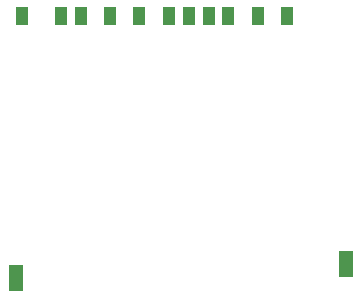
<source format=gtp>
%TF.GenerationSoftware,KiCad,Pcbnew,(after 2015-mar-04 BZR unknown)-product*%
%TF.CreationDate,2015-09-16T22:55:14+02:00*%
%TF.JobID,smoothie_sd,736D6F6F746869655F73642E6B696361,rev?*%
%TF.FileFunction,Paste,Top*%
%FSLAX46Y46*%
G04 Gerber Fmt 4.6, Leading zero omitted, Abs format (unit mm)*
G04 Created by KiCad (PCBNEW (after 2015-mar-04 BZR unknown)-product) date 16/09/2015 22:55:14*
%MOMM*%
G01*
G04 APERTURE LIST*
%ADD10C,0.100000*%
%ADD11R,1.200000X2.200000*%
%ADD12R,1.000000X1.500000*%
G04 APERTURE END LIST*
D10*
D11*
X142400000Y-103700000D03*
X114400000Y-104900000D03*
D12*
X134875000Y-82700000D03*
X132375000Y-82700000D03*
X129075000Y-82700000D03*
X127375000Y-82700000D03*
X124875000Y-82700000D03*
X122375000Y-82700000D03*
X119950000Y-82700000D03*
X118250000Y-82700000D03*
X137375000Y-82700000D03*
X130725000Y-82700000D03*
X114900000Y-82700000D03*
M02*

</source>
